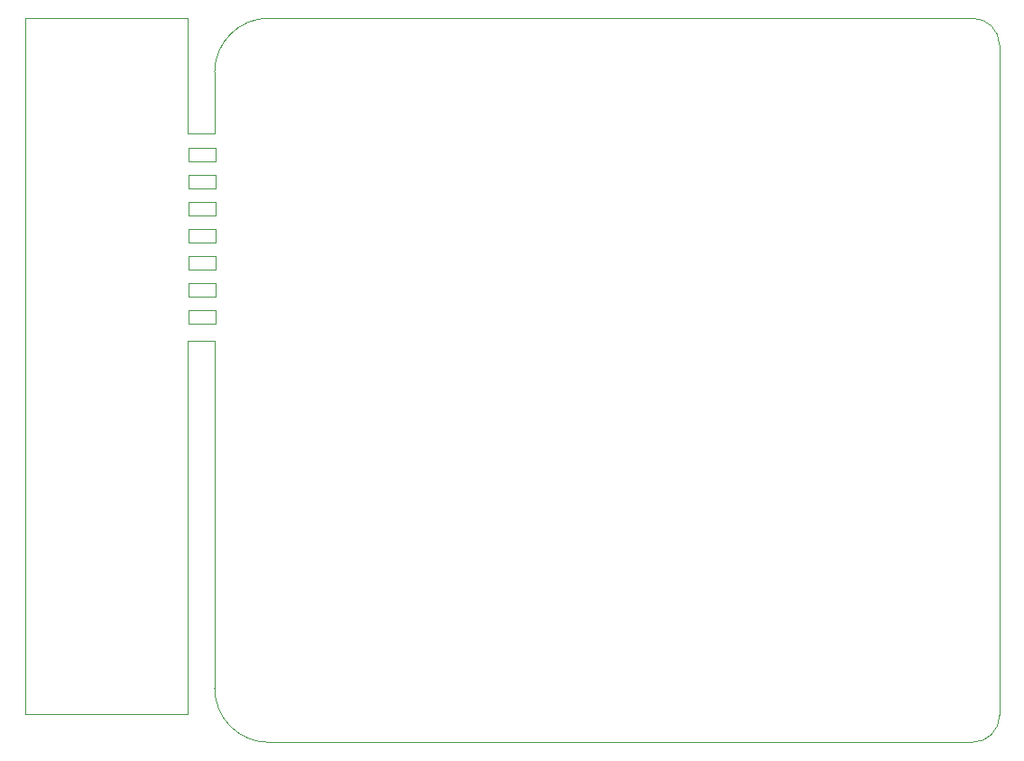
<source format=gbr>
G04 #@! TF.GenerationSoftware,KiCad,Pcbnew,(5.1.10)-1*
G04 #@! TF.CreationDate,2021-10-29T14:24:37-04:00*
G04 #@! TF.ProjectId,ArduinoInABox,41726475-696e-46f4-996e-41426f782e6b,1*
G04 #@! TF.SameCoordinates,Original*
G04 #@! TF.FileFunction,Profile,NP*
%FSLAX46Y46*%
G04 Gerber Fmt 4.6, Leading zero omitted, Abs format (unit mm)*
G04 Created by KiCad (PCBNEW (5.1.10)-1) date 2021-10-29 14:24:37*
%MOMM*%
%LPD*%
G01*
G04 APERTURE LIST*
G04 #@! TA.AperFunction,Profile*
%ADD10C,0.100000*%
G04 #@! TD*
G04 APERTURE END LIST*
D10*
X111760000Y-57150000D02*
X111760000Y-55880000D01*
X114300000Y-57150000D02*
X111760000Y-57150000D01*
X114300000Y-55880000D02*
X114300000Y-57150000D01*
X111760000Y-55880000D02*
X114300000Y-55880000D01*
X111760000Y-54610000D02*
X111760000Y-53340000D01*
X114300000Y-54610000D02*
X111760000Y-54610000D01*
X114300000Y-53340000D02*
X114300000Y-54610000D01*
X111760000Y-53340000D02*
X114300000Y-53340000D01*
X111760000Y-52070000D02*
X111760000Y-50800000D01*
X114300000Y-52070000D02*
X111760000Y-52070000D01*
X114300000Y-50800000D02*
X114300000Y-52070000D01*
X111760000Y-50800000D02*
X114300000Y-50800000D01*
X111760000Y-49530000D02*
X111760000Y-48260000D01*
X114300000Y-49530000D02*
X111760000Y-49530000D01*
X114300000Y-48260000D02*
X114300000Y-49530000D01*
X111760000Y-48260000D02*
X114300000Y-48260000D01*
X111760000Y-46990000D02*
X111760000Y-45720000D01*
X114300000Y-46990000D02*
X111760000Y-46990000D01*
X114300000Y-45720000D02*
X114300000Y-46990000D01*
X111760000Y-45720000D02*
X114300000Y-45720000D01*
X111760000Y-44450000D02*
X111760000Y-43180000D01*
X114300000Y-44450000D02*
X111760000Y-44450000D01*
X114300000Y-43180000D02*
X114300000Y-44450000D01*
X111760000Y-43180000D02*
X114300000Y-43180000D01*
X111760000Y-41910000D02*
X111760000Y-40640000D01*
X114300000Y-41910000D02*
X111760000Y-41910000D01*
X114300000Y-40640000D02*
X114300000Y-41910000D01*
X111760000Y-40640000D02*
X114300000Y-40640000D01*
X114220000Y-91420000D02*
X114195000Y-58776800D01*
X187880000Y-93960000D02*
X187880000Y-31040000D01*
X185340000Y-28500000D02*
X119300000Y-28500000D01*
X114220000Y-33580000D02*
X114220000Y-39320400D01*
X119300000Y-96500000D02*
X185340000Y-96500000D01*
X187880000Y-93960000D02*
G75*
G02*
X185340000Y-96500000I-2540000J0D01*
G01*
X185340000Y-28500000D02*
G75*
G02*
X187880000Y-31040000I0J-2540000D01*
G01*
X114220000Y-33580000D02*
G75*
G02*
X119300000Y-28500000I5080000J0D01*
G01*
X119300000Y-96500000D02*
G75*
G02*
X114220000Y-91420000I0J5080000D01*
G01*
X96414600Y-93828800D02*
X96440000Y-28500000D01*
X111654600Y-93828800D02*
X96414600Y-93828800D01*
X111680000Y-58776800D02*
X111654600Y-93828800D01*
X114194600Y-58776800D02*
X111679600Y-58776800D01*
X111680000Y-39320400D02*
X114220000Y-39320400D01*
X111680000Y-28500000D02*
X111680000Y-39320400D01*
X96440000Y-28500000D02*
X111680000Y-28500000D01*
M02*

</source>
